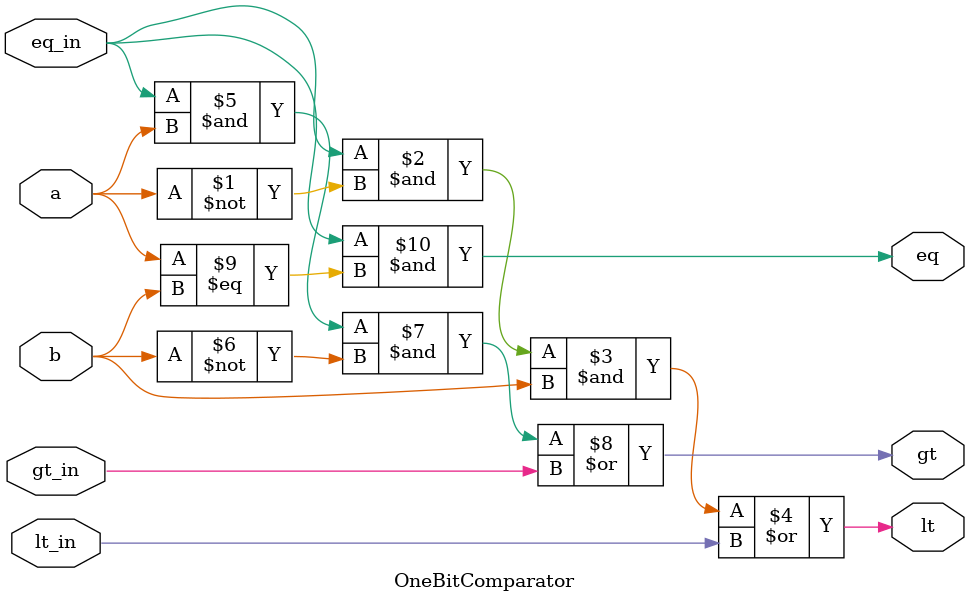
<source format=v>
module OneBitComparator (
    input wire a,
    input wire b,
    input wire lt_in,
    input wire gt_in,
    input wire eq_in,
    output wire lt,
    output wire gt,
    output wire eq
);
    assign lt = (eq_in & ~a & b) | lt_in;
    assign gt = (eq_in & a & ~b) | gt_in;
    assign eq = eq_in & (a == b);
endmodule



</source>
